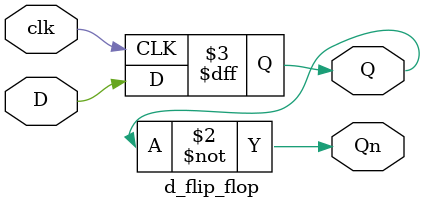
<source format=sv>
module d_flip_flop (
  input logic D,    // Data input
  input logic clk,  // Clock input
  output logic Q,   // Output
  output logic Qn   // Inverted output
);

always @(posedge clk) begin
    Q <= D;
end
  

not(Qn, Q);

endmodule

</source>
